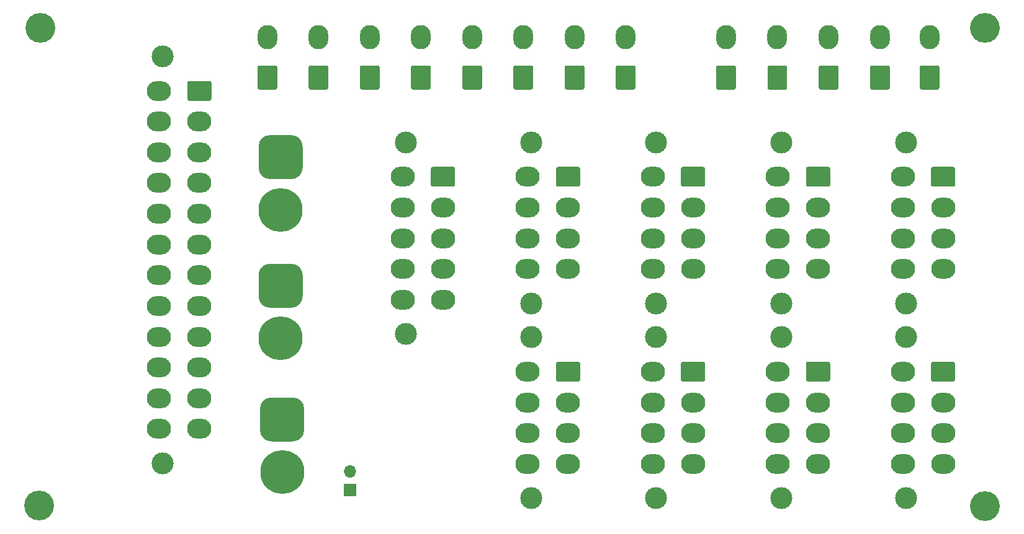
<source format=gbr>
%TF.GenerationSoftware,KiCad,Pcbnew,(5.1.10)-1*%
%TF.CreationDate,2021-10-29T23:59:47-07:00*%
%TF.ProjectId,ATX_PSU_Board,4154585f-5053-4555-9f42-6f6172642e6b,rev?*%
%TF.SameCoordinates,Original*%
%TF.FileFunction,Soldermask,Bot*%
%TF.FilePolarity,Negative*%
%FSLAX46Y46*%
G04 Gerber Fmt 4.6, Leading zero omitted, Abs format (unit mm)*
G04 Created by KiCad (PCBNEW (5.1.10)-1) date 2021-10-29 23:59:47*
%MOMM*%
%LPD*%
G01*
G04 APERTURE LIST*
%ADD10C,6.000000*%
%ADD11O,2.700000X3.300000*%
%ADD12C,3.000000*%
%ADD13O,3.300000X2.700000*%
%ADD14O,1.700000X1.700000*%
%ADD15R,1.700000X1.700000*%
%ADD16C,4.064000*%
G04 APERTURE END LIST*
%TO.C,J30*%
G36*
G01*
X69823200Y-88555200D02*
X72823200Y-88555200D01*
G75*
G02*
X74323200Y-90055200I0J-1500000D01*
G01*
X74323200Y-93055200D01*
G75*
G02*
X72823200Y-94555200I-1500000J0D01*
G01*
X69823200Y-94555200D01*
G75*
G02*
X68323200Y-93055200I0J1500000D01*
G01*
X68323200Y-90055200D01*
G75*
G02*
X69823200Y-88555200I1500000J0D01*
G01*
G37*
D10*
X71323200Y-98755200D03*
%TD*%
%TO.C,J29*%
G36*
G01*
X70026400Y-106829600D02*
X73026400Y-106829600D01*
G75*
G02*
X74526400Y-108329600I0J-1500000D01*
G01*
X74526400Y-111329600D01*
G75*
G02*
X73026400Y-112829600I-1500000J0D01*
G01*
X70026400Y-112829600D01*
G75*
G02*
X68526400Y-111329600I0J1500000D01*
G01*
X68526400Y-108329600D01*
G75*
G02*
X70026400Y-106829600I1500000J0D01*
G01*
G37*
X71526400Y-117029600D03*
%TD*%
D11*
%TO.C,J20*%
X159867600Y-57593600D03*
G36*
G01*
X161217600Y-61693601D02*
X161217600Y-64493599D01*
G75*
G02*
X160967599Y-64743600I-250001J0D01*
G01*
X158767601Y-64743600D01*
G75*
G02*
X158517600Y-64493599I0J250001D01*
G01*
X158517600Y-61693601D01*
G75*
G02*
X158767601Y-61443600I250001J0D01*
G01*
X160967599Y-61443600D01*
G75*
G02*
X161217600Y-61693601I0J-250001D01*
G01*
G37*
%TD*%
D12*
%TO.C,J11*%
X156656400Y-120601800D03*
X156656400Y-98601800D03*
D13*
X156196400Y-115901800D03*
X156196400Y-111701800D03*
X156196400Y-107501800D03*
X156196400Y-103301800D03*
X161696400Y-115901800D03*
X161696400Y-111701800D03*
X161696400Y-107501800D03*
G36*
G01*
X160296401Y-101951800D02*
X163096399Y-101951800D01*
G75*
G02*
X163346400Y-102201801I0J-250001D01*
G01*
X163346400Y-104401799D01*
G75*
G02*
X163096399Y-104651800I-250001J0D01*
G01*
X160296401Y-104651800D01*
G75*
G02*
X160046400Y-104401799I0J250001D01*
G01*
X160046400Y-102201801D01*
G75*
G02*
X160296401Y-101951800I250001J0D01*
G01*
G37*
%TD*%
D11*
%TO.C,J24*%
X132083632Y-57607200D03*
G36*
G01*
X133433632Y-61707201D02*
X133433632Y-64507199D01*
G75*
G02*
X133183631Y-64757200I-250001J0D01*
G01*
X130983633Y-64757200D01*
G75*
G02*
X130733632Y-64507199I0J250001D01*
G01*
X130733632Y-61707201D01*
G75*
G02*
X130983633Y-61457200I250001J0D01*
G01*
X133183631Y-61457200D01*
G75*
G02*
X133433632Y-61707201I0J-250001D01*
G01*
G37*
%TD*%
%TO.C,J23*%
X139086774Y-57607200D03*
G36*
G01*
X140436774Y-61707201D02*
X140436774Y-64507199D01*
G75*
G02*
X140186773Y-64757200I-250001J0D01*
G01*
X137986775Y-64757200D01*
G75*
G02*
X137736774Y-64507199I0J250001D01*
G01*
X137736774Y-61707201D01*
G75*
G02*
X137986775Y-61457200I250001J0D01*
G01*
X140186773Y-61457200D01*
G75*
G02*
X140436774Y-61707201I0J-250001D01*
G01*
G37*
%TD*%
%TO.C,J22*%
X146089916Y-57607200D03*
G36*
G01*
X147439916Y-61707201D02*
X147439916Y-64507199D01*
G75*
G02*
X147189915Y-64757200I-250001J0D01*
G01*
X144989917Y-64757200D01*
G75*
G02*
X144739916Y-64507199I0J250001D01*
G01*
X144739916Y-61707201D01*
G75*
G02*
X144989917Y-61457200I250001J0D01*
G01*
X147189915Y-61457200D01*
G75*
G02*
X147439916Y-61707201I0J-250001D01*
G01*
G37*
%TD*%
%TO.C,J21*%
X153093058Y-57607200D03*
G36*
G01*
X154443058Y-61707201D02*
X154443058Y-64507199D01*
G75*
G02*
X154193057Y-64757200I-250001J0D01*
G01*
X151993059Y-64757200D01*
G75*
G02*
X151743058Y-64507199I0J250001D01*
G01*
X151743058Y-61707201D01*
G75*
G02*
X151993059Y-61457200I250001J0D01*
G01*
X154193057Y-61457200D01*
G75*
G02*
X154443058Y-61707201I0J-250001D01*
G01*
G37*
%TD*%
%TO.C,J19*%
X118414800Y-57593600D03*
G36*
G01*
X119764800Y-61693601D02*
X119764800Y-64493599D01*
G75*
G02*
X119514799Y-64743600I-250001J0D01*
G01*
X117314801Y-64743600D01*
G75*
G02*
X117064800Y-64493599I0J250001D01*
G01*
X117064800Y-61693601D01*
G75*
G02*
X117314801Y-61443600I250001J0D01*
G01*
X119514799Y-61443600D01*
G75*
G02*
X119764800Y-61693601I0J-250001D01*
G01*
G37*
%TD*%
%TO.C,J18*%
X111429800Y-57593600D03*
G36*
G01*
X112779800Y-61693601D02*
X112779800Y-64493599D01*
G75*
G02*
X112529799Y-64743600I-250001J0D01*
G01*
X110329801Y-64743600D01*
G75*
G02*
X110079800Y-64493599I0J250001D01*
G01*
X110079800Y-61693601D01*
G75*
G02*
X110329801Y-61443600I250001J0D01*
G01*
X112529799Y-61443600D01*
G75*
G02*
X112779800Y-61693601I0J-250001D01*
G01*
G37*
%TD*%
%TO.C,J17*%
X104444800Y-57593600D03*
G36*
G01*
X105794800Y-61693601D02*
X105794800Y-64493599D01*
G75*
G02*
X105544799Y-64743600I-250001J0D01*
G01*
X103344801Y-64743600D01*
G75*
G02*
X103094800Y-64493599I0J250001D01*
G01*
X103094800Y-61693601D01*
G75*
G02*
X103344801Y-61443600I250001J0D01*
G01*
X105544799Y-61443600D01*
G75*
G02*
X105794800Y-61693601I0J-250001D01*
G01*
G37*
%TD*%
%TO.C,J16*%
X97459800Y-57593600D03*
G36*
G01*
X98809800Y-61693601D02*
X98809800Y-64493599D01*
G75*
G02*
X98559799Y-64743600I-250001J0D01*
G01*
X96359801Y-64743600D01*
G75*
G02*
X96109800Y-64493599I0J250001D01*
G01*
X96109800Y-61693601D01*
G75*
G02*
X96359801Y-61443600I250001J0D01*
G01*
X98559799Y-61443600D01*
G75*
G02*
X98809800Y-61693601I0J-250001D01*
G01*
G37*
%TD*%
%TO.C,J15*%
X90474800Y-57593600D03*
G36*
G01*
X91824800Y-61693601D02*
X91824800Y-64493599D01*
G75*
G02*
X91574799Y-64743600I-250001J0D01*
G01*
X89374801Y-64743600D01*
G75*
G02*
X89124800Y-64493599I0J250001D01*
G01*
X89124800Y-61693601D01*
G75*
G02*
X89374801Y-61443600I250001J0D01*
G01*
X91574799Y-61443600D01*
G75*
G02*
X91824800Y-61693601I0J-250001D01*
G01*
G37*
%TD*%
%TO.C,J14*%
X83489800Y-57593600D03*
G36*
G01*
X84839800Y-61693601D02*
X84839800Y-64493599D01*
G75*
G02*
X84589799Y-64743600I-250001J0D01*
G01*
X82389801Y-64743600D01*
G75*
G02*
X82139800Y-64493599I0J250001D01*
G01*
X82139800Y-61693601D01*
G75*
G02*
X82389801Y-61443600I250001J0D01*
G01*
X84589799Y-61443600D01*
G75*
G02*
X84839800Y-61693601I0J-250001D01*
G01*
G37*
%TD*%
%TO.C,J13*%
X76504800Y-57593600D03*
G36*
G01*
X77854800Y-61693601D02*
X77854800Y-64493599D01*
G75*
G02*
X77604799Y-64743600I-250001J0D01*
G01*
X75404801Y-64743600D01*
G75*
G02*
X75154800Y-64493599I0J250001D01*
G01*
X75154800Y-61693601D01*
G75*
G02*
X75404801Y-61443600I250001J0D01*
G01*
X77604799Y-61443600D01*
G75*
G02*
X77854800Y-61693601I0J-250001D01*
G01*
G37*
%TD*%
%TO.C,J12*%
X69519800Y-57593600D03*
G36*
G01*
X70869800Y-61693601D02*
X70869800Y-64493599D01*
G75*
G02*
X70619799Y-64743600I-250001J0D01*
G01*
X68419801Y-64743600D01*
G75*
G02*
X68169800Y-64493599I0J250001D01*
G01*
X68169800Y-61693601D01*
G75*
G02*
X68419801Y-61443600I250001J0D01*
G01*
X70619799Y-61443600D01*
G75*
G02*
X70869800Y-61693601I0J-250001D01*
G01*
G37*
%TD*%
%TO.C,J28*%
G36*
G01*
X69823200Y-70978400D02*
X72823200Y-70978400D01*
G75*
G02*
X74323200Y-72478400I0J-1500000D01*
G01*
X74323200Y-75478400D01*
G75*
G02*
X72823200Y-76978400I-1500000J0D01*
G01*
X69823200Y-76978400D01*
G75*
G02*
X68323200Y-75478400I0J1500000D01*
G01*
X68323200Y-72478400D01*
G75*
G02*
X69823200Y-70978400I1500000J0D01*
G01*
G37*
D10*
X71323200Y-81178400D03*
%TD*%
D14*
%TO.C,J1*%
X80772000Y-116967000D03*
D15*
X80772000Y-119507000D03*
%TD*%
D12*
%TO.C,J5*%
X122551000Y-93964600D03*
X122551000Y-71964600D03*
D13*
X122091000Y-89264600D03*
X122091000Y-85064600D03*
X122091000Y-80864600D03*
X122091000Y-76664600D03*
X127591000Y-89264600D03*
X127591000Y-85064600D03*
X127591000Y-80864600D03*
G36*
G01*
X126191001Y-75314600D02*
X128990999Y-75314600D01*
G75*
G02*
X129241000Y-75564601I0J-250001D01*
G01*
X129241000Y-77764599D01*
G75*
G02*
X128990999Y-78014600I-250001J0D01*
G01*
X126191001Y-78014600D01*
G75*
G02*
X125941000Y-77764599I0J250001D01*
G01*
X125941000Y-75564601D01*
G75*
G02*
X126191001Y-75314600I250001J0D01*
G01*
G37*
%TD*%
D12*
%TO.C,J7*%
X156656400Y-93964600D03*
X156656400Y-71964600D03*
D13*
X156196400Y-89264600D03*
X156196400Y-85064600D03*
X156196400Y-80864600D03*
X156196400Y-76664600D03*
X161696400Y-89264600D03*
X161696400Y-85064600D03*
X161696400Y-80864600D03*
G36*
G01*
X160296401Y-75314600D02*
X163096399Y-75314600D01*
G75*
G02*
X163346400Y-75564601I0J-250001D01*
G01*
X163346400Y-77764599D01*
G75*
G02*
X163096399Y-78014600I-250001J0D01*
G01*
X160296401Y-78014600D01*
G75*
G02*
X160046400Y-77764599I0J250001D01*
G01*
X160046400Y-75564601D01*
G75*
G02*
X160296401Y-75314600I250001J0D01*
G01*
G37*
%TD*%
D16*
%TO.C,H4*%
X167436800Y-56337200D03*
%TD*%
%TO.C,H3*%
X38404800Y-121615200D03*
%TD*%
%TO.C,H2*%
X167436800Y-121716800D03*
%TD*%
%TO.C,H1*%
X38506400Y-56286400D03*
%TD*%
D12*
%TO.C,J10*%
X139603700Y-120601800D03*
X139603700Y-98601800D03*
D13*
X139143700Y-115901800D03*
X139143700Y-111701800D03*
X139143700Y-107501800D03*
X139143700Y-103301800D03*
X144643700Y-115901800D03*
X144643700Y-111701800D03*
X144643700Y-107501800D03*
G36*
G01*
X143243701Y-101951800D02*
X146043699Y-101951800D01*
G75*
G02*
X146293700Y-102201801I0J-250001D01*
G01*
X146293700Y-104401799D01*
G75*
G02*
X146043699Y-104651800I-250001J0D01*
G01*
X143243701Y-104651800D01*
G75*
G02*
X142993700Y-104401799I0J250001D01*
G01*
X142993700Y-102201801D01*
G75*
G02*
X143243701Y-101951800I250001J0D01*
G01*
G37*
%TD*%
D12*
%TO.C,J9*%
X122551000Y-120601800D03*
X122551000Y-98601800D03*
D13*
X122091000Y-115901800D03*
X122091000Y-111701800D03*
X122091000Y-107501800D03*
X122091000Y-103301800D03*
X127591000Y-115901800D03*
X127591000Y-111701800D03*
X127591000Y-107501800D03*
G36*
G01*
X126191001Y-101951800D02*
X128990999Y-101951800D01*
G75*
G02*
X129241000Y-102201801I0J-250001D01*
G01*
X129241000Y-104401799D01*
G75*
G02*
X128990999Y-104651800I-250001J0D01*
G01*
X126191001Y-104651800D01*
G75*
G02*
X125941000Y-104401799I0J250001D01*
G01*
X125941000Y-102201801D01*
G75*
G02*
X126191001Y-101951800I250001J0D01*
G01*
G37*
%TD*%
D12*
%TO.C,J8*%
X105498300Y-120601800D03*
X105498300Y-98601800D03*
D13*
X105038300Y-115901800D03*
X105038300Y-111701800D03*
X105038300Y-107501800D03*
X105038300Y-103301800D03*
X110538300Y-115901800D03*
X110538300Y-111701800D03*
X110538300Y-107501800D03*
G36*
G01*
X109138301Y-101951800D02*
X111938299Y-101951800D01*
G75*
G02*
X112188300Y-102201801I0J-250001D01*
G01*
X112188300Y-104401799D01*
G75*
G02*
X111938299Y-104651800I-250001J0D01*
G01*
X109138301Y-104651800D01*
G75*
G02*
X108888300Y-104401799I0J250001D01*
G01*
X108888300Y-102201801D01*
G75*
G02*
X109138301Y-101951800I250001J0D01*
G01*
G37*
%TD*%
D12*
%TO.C,J6*%
X139603700Y-93964600D03*
X139603700Y-71964600D03*
D13*
X139143700Y-89264600D03*
X139143700Y-85064600D03*
X139143700Y-80864600D03*
X139143700Y-76664600D03*
X144643700Y-89264600D03*
X144643700Y-85064600D03*
X144643700Y-80864600D03*
G36*
G01*
X143243701Y-75314600D02*
X146043699Y-75314600D01*
G75*
G02*
X146293700Y-75564601I0J-250001D01*
G01*
X146293700Y-77764599D01*
G75*
G02*
X146043699Y-78014600I-250001J0D01*
G01*
X143243701Y-78014600D01*
G75*
G02*
X142993700Y-77764599I0J250001D01*
G01*
X142993700Y-75564601D01*
G75*
G02*
X143243701Y-75314600I250001J0D01*
G01*
G37*
%TD*%
D12*
%TO.C,J4*%
X105498300Y-93964600D03*
X105498300Y-71964600D03*
D13*
X105038300Y-89264600D03*
X105038300Y-85064600D03*
X105038300Y-80864600D03*
X105038300Y-76664600D03*
X110538300Y-89264600D03*
X110538300Y-85064600D03*
X110538300Y-80864600D03*
G36*
G01*
X109138301Y-75314600D02*
X111938299Y-75314600D01*
G75*
G02*
X112188300Y-75564601I0J-250001D01*
G01*
X112188300Y-77764599D01*
G75*
G02*
X111938299Y-78014600I-250001J0D01*
G01*
X109138301Y-78014600D01*
G75*
G02*
X108888300Y-77764599I0J250001D01*
G01*
X108888300Y-75564601D01*
G75*
G02*
X109138301Y-75314600I250001J0D01*
G01*
G37*
%TD*%
D12*
%TO.C,J3*%
X88445600Y-98164600D03*
X88445600Y-71964600D03*
D13*
X87985600Y-93464600D03*
X87985600Y-89264600D03*
X87985600Y-85064600D03*
X87985600Y-80864600D03*
X87985600Y-76664600D03*
X93485600Y-93464600D03*
X93485600Y-89264600D03*
X93485600Y-85064600D03*
X93485600Y-80864600D03*
G36*
G01*
X92085601Y-75314600D02*
X94885599Y-75314600D01*
G75*
G02*
X95135600Y-75564601I0J-250001D01*
G01*
X95135600Y-77764599D01*
G75*
G02*
X94885599Y-78014600I-250001J0D01*
G01*
X92085601Y-78014600D01*
G75*
G02*
X91835600Y-77764599I0J250001D01*
G01*
X91835600Y-75564601D01*
G75*
G02*
X92085601Y-75314600I250001J0D01*
G01*
G37*
%TD*%
D12*
%TO.C,J2*%
X55208800Y-115822400D03*
X55208800Y-60222400D03*
D13*
X54748800Y-111122400D03*
X54748800Y-106922400D03*
X54748800Y-102722400D03*
X54748800Y-98522400D03*
X54748800Y-94322400D03*
X54748800Y-90122400D03*
X54748800Y-85922400D03*
X54748800Y-81722400D03*
X54748800Y-77522400D03*
X54748800Y-73322400D03*
X54748800Y-69122400D03*
X54748800Y-64922400D03*
X60248800Y-111122400D03*
X60248800Y-106922400D03*
X60248800Y-102722400D03*
X60248800Y-98522400D03*
X60248800Y-94322400D03*
X60248800Y-90122400D03*
X60248800Y-85922400D03*
X60248800Y-81722400D03*
X60248800Y-77522400D03*
X60248800Y-73322400D03*
X60248800Y-69122400D03*
G36*
G01*
X58848801Y-63572400D02*
X61648799Y-63572400D01*
G75*
G02*
X61898800Y-63822401I0J-250001D01*
G01*
X61898800Y-66022399D01*
G75*
G02*
X61648799Y-66272400I-250001J0D01*
G01*
X58848801Y-66272400D01*
G75*
G02*
X58598800Y-66022399I0J250001D01*
G01*
X58598800Y-63822401D01*
G75*
G02*
X58848801Y-63572400I250001J0D01*
G01*
G37*
%TD*%
M02*

</source>
